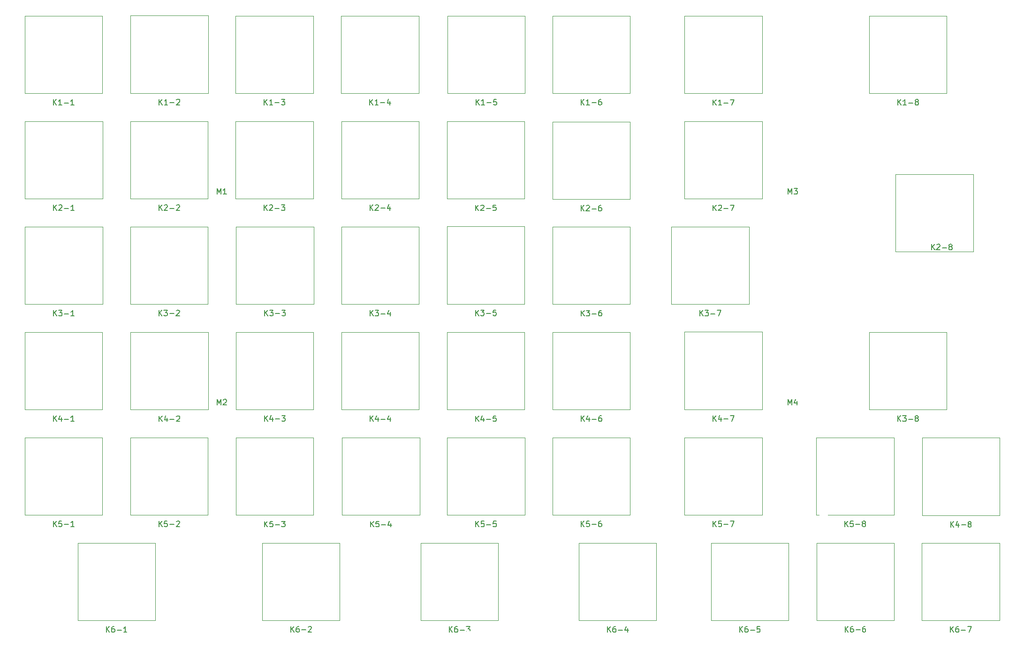
<source format=gto>
%TF.GenerationSoftware,KiCad,Pcbnew,5.1.5+dfsg1-2build2*%
%TF.CreationDate,2021-08-29T12:06:32+02:00*%
%TF.ProjectId,BFK9kv2-right,42464b39-6b76-4322-9d72-696768742e6b,rev?*%
%TF.SameCoordinates,Original*%
%TF.FileFunction,Legend,Top*%
%TF.FilePolarity,Positive*%
%FSLAX46Y46*%
G04 Gerber Fmt 4.6, Leading zero omitted, Abs format (unit mm)*
G04 Created by KiCad (PCBNEW 5.1.5+dfsg1-2build2) date 2021-08-29 12:06:32*
%MOMM*%
%LPD*%
G04 APERTURE LIST*
%ADD10C,0.120000*%
%ADD11C,0.150000*%
%ADD12C,5.702000*%
%ADD13C,1.792600*%
%ADD14C,2.302000*%
%ADD15C,1.852000*%
%ADD16C,4.102000*%
%ADD17O,1.452000X1.452000*%
%ADD18R,1.452000X1.452000*%
%ADD19O,1.702000X1.702000*%
%ADD20C,1.702000*%
%ADD21R,1.702000X1.702000*%
G04 APERTURE END LIST*
D10*
X185435000Y-85409800D02*
X185435000Y-71409800D01*
X185435000Y-85409800D02*
X171435000Y-85409800D01*
X171435000Y-85409800D02*
X171435000Y-71409800D01*
X171435000Y-71409800D02*
X185435000Y-71409800D01*
X183047000Y-104434400D02*
X183047000Y-90434400D01*
X183047000Y-104434400D02*
X169047000Y-104434400D01*
X169047000Y-104434400D02*
X169047000Y-90434400D01*
X169047000Y-90434400D02*
X183047000Y-90434400D01*
X228259000Y-161584000D02*
X228259000Y-147584000D01*
X228259000Y-161584000D02*
X214259000Y-161584000D01*
X214259000Y-161584000D02*
X214259000Y-147584000D01*
X214259000Y-147584000D02*
X228259000Y-147584000D01*
X166360000Y-161584000D02*
X166360000Y-147584000D01*
X166360000Y-161584000D02*
X152360000Y-161584000D01*
X152360000Y-161584000D02*
X152360000Y-147584000D01*
X152360000Y-147584000D02*
X166360000Y-147584000D01*
X137785000Y-161584000D02*
X137785000Y-147584000D01*
X137785000Y-161584000D02*
X123785000Y-161584000D01*
X123785000Y-161584000D02*
X123785000Y-147584000D01*
X123785000Y-147584000D02*
X137785000Y-147584000D01*
X109210000Y-161559000D02*
X109210000Y-147559000D01*
X109210000Y-161559000D02*
X95210000Y-161559000D01*
X95210000Y-161559000D02*
X95210000Y-147559000D01*
X95210000Y-147559000D02*
X109210000Y-147559000D01*
X75884800Y-161584000D02*
X75884800Y-147584000D01*
X75884800Y-161584000D02*
X61884800Y-161584000D01*
X61884800Y-161584000D02*
X61884800Y-147584000D01*
X61884800Y-147584000D02*
X75884800Y-147584000D01*
X209209000Y-142509000D02*
X209209000Y-128509000D01*
X209209000Y-142509000D02*
X195209000Y-142509000D01*
X195209000Y-142509000D02*
X195209000Y-128509000D01*
X195209000Y-128509000D02*
X209209000Y-128509000D01*
X228285000Y-142585000D02*
X228285000Y-128585000D01*
X228285000Y-142585000D02*
X214285000Y-142585000D01*
X214285000Y-142585000D02*
X214285000Y-128585000D01*
X214285000Y-128585000D02*
X228285000Y-128585000D01*
X218734000Y-123484000D02*
X218734000Y-109484000D01*
X218734000Y-123484000D02*
X204734000Y-123484000D01*
X204734000Y-123484000D02*
X204734000Y-109484000D01*
X204734000Y-109484000D02*
X218734000Y-109484000D01*
X185435000Y-142509000D02*
X185435000Y-128509000D01*
X185435000Y-142509000D02*
X171435000Y-142509000D01*
X171435000Y-142509000D02*
X171435000Y-128509000D01*
X171435000Y-128509000D02*
X185435000Y-128509000D01*
X185435000Y-123434000D02*
X185435000Y-109434000D01*
X185435000Y-123434000D02*
X171435000Y-123434000D01*
X171435000Y-123434000D02*
X171435000Y-109434000D01*
X171435000Y-109434000D02*
X185435000Y-109434000D01*
X209235000Y-161559000D02*
X209235000Y-147559000D01*
X209235000Y-161559000D02*
X195235000Y-161559000D01*
X195235000Y-161559000D02*
X195235000Y-147559000D01*
X195235000Y-147559000D02*
X209235000Y-147559000D01*
X161584000Y-142509000D02*
X161584000Y-128509000D01*
X161584000Y-142509000D02*
X147584000Y-142509000D01*
X147584000Y-142509000D02*
X147584000Y-128509000D01*
X147584000Y-128509000D02*
X161584000Y-128509000D01*
X161610000Y-123484000D02*
X161610000Y-109484000D01*
X161610000Y-123484000D02*
X147610000Y-123484000D01*
X147610000Y-123484000D02*
X147610000Y-109484000D01*
X147610000Y-109484000D02*
X161610000Y-109484000D01*
X161610000Y-104459800D02*
X161610000Y-90459800D01*
X161610000Y-104459800D02*
X147610000Y-104459800D01*
X147610000Y-104459800D02*
X147610000Y-90459800D01*
X147610000Y-90459800D02*
X161610000Y-90459800D01*
X190185000Y-161584000D02*
X190185000Y-147584000D01*
X190185000Y-161584000D02*
X176185000Y-161584000D01*
X176185000Y-161584000D02*
X176185000Y-147584000D01*
X176185000Y-147584000D02*
X190185000Y-147584000D01*
X142585000Y-142534000D02*
X142585000Y-128534000D01*
X142585000Y-142534000D02*
X128585000Y-142534000D01*
X128585000Y-142534000D02*
X128585000Y-128534000D01*
X128585000Y-128534000D02*
X142585000Y-128534000D01*
X142560000Y-123510000D02*
X142560000Y-109510000D01*
X142560000Y-123510000D02*
X128560000Y-123510000D01*
X128560000Y-123510000D02*
X128560000Y-109510000D01*
X128560000Y-109510000D02*
X142560000Y-109510000D01*
X142560000Y-104383600D02*
X142560000Y-90383600D01*
X142560000Y-104383600D02*
X128560000Y-104383600D01*
X128560000Y-104383600D02*
X128560000Y-90383600D01*
X128560000Y-90383600D02*
X142560000Y-90383600D01*
X123611000Y-142560000D02*
X123611000Y-128560000D01*
X123611000Y-142560000D02*
X109611000Y-142560000D01*
X109611000Y-142560000D02*
X109611000Y-128560000D01*
X109611000Y-128560000D02*
X123611000Y-128560000D01*
X123510000Y-123484000D02*
X123510000Y-109484000D01*
X123510000Y-123484000D02*
X109510000Y-123484000D01*
X109510000Y-123484000D02*
X109510000Y-109484000D01*
X109510000Y-109484000D02*
X123510000Y-109484000D01*
X123510000Y-104434400D02*
X123510000Y-90434400D01*
X123510000Y-104434400D02*
X109510000Y-104434400D01*
X109510000Y-104434400D02*
X109510000Y-90434400D01*
X109510000Y-90434400D02*
X123510000Y-90434400D01*
X104434400Y-142560000D02*
X104434400Y-128560000D01*
X104434400Y-142560000D02*
X90434400Y-142560000D01*
X90434400Y-142560000D02*
X90434400Y-128560000D01*
X90434400Y-128560000D02*
X104434400Y-128560000D01*
X104459800Y-123459000D02*
X104459800Y-109459000D01*
X104459800Y-123459000D02*
X90459800Y-123459000D01*
X90459800Y-123459000D02*
X90459800Y-109459000D01*
X90459800Y-109459000D02*
X104459800Y-109459000D01*
X104485200Y-104409000D02*
X104485200Y-90409000D01*
X104485200Y-104409000D02*
X90485200Y-104409000D01*
X90485200Y-104409000D02*
X90485200Y-90409000D01*
X90485200Y-90409000D02*
X104485200Y-90409000D01*
X85409800Y-142509000D02*
X85409800Y-128509000D01*
X85409800Y-142509000D02*
X71409800Y-142509000D01*
X71409800Y-142509000D02*
X71409800Y-128509000D01*
X71409800Y-128509000D02*
X85409800Y-128509000D01*
X85435200Y-123510000D02*
X85435200Y-109510000D01*
X85435200Y-123510000D02*
X71435200Y-123510000D01*
X71435200Y-123510000D02*
X71435200Y-109510000D01*
X71435200Y-109510000D02*
X85435200Y-109510000D01*
X85384400Y-104409000D02*
X85384400Y-90409000D01*
X85384400Y-104409000D02*
X71384400Y-104409000D01*
X71384400Y-104409000D02*
X71384400Y-90409000D01*
X71384400Y-90409000D02*
X85384400Y-90409000D01*
X66359800Y-142509000D02*
X66359800Y-128509000D01*
X66359800Y-142509000D02*
X52359800Y-142509000D01*
X52359800Y-142509000D02*
X52359800Y-128509000D01*
X52359800Y-128509000D02*
X66359800Y-128509000D01*
X66359800Y-123484000D02*
X66359800Y-109484000D01*
X66359800Y-123484000D02*
X52359800Y-123484000D01*
X52359800Y-123484000D02*
X52359800Y-109484000D01*
X52359800Y-109484000D02*
X66359800Y-109484000D01*
X66385200Y-104434400D02*
X66385200Y-90434400D01*
X66385200Y-104434400D02*
X52385200Y-104434400D01*
X52385200Y-104434400D02*
X52385200Y-90434400D01*
X52385200Y-90434400D02*
X66385200Y-90434400D01*
X161584000Y-66309000D02*
X161584000Y-52309000D01*
X161584000Y-66309000D02*
X147584000Y-66309000D01*
X147584000Y-66309000D02*
X147584000Y-52309000D01*
X147584000Y-52309000D02*
X161584000Y-52309000D01*
X123484000Y-85359000D02*
X123484000Y-71359000D01*
X123484000Y-85359000D02*
X109484000Y-85359000D01*
X109484000Y-85359000D02*
X109484000Y-71359000D01*
X109484000Y-71359000D02*
X123484000Y-71359000D01*
X218760000Y-66334400D02*
X218760000Y-52334400D01*
X218760000Y-66334400D02*
X204760000Y-66334400D01*
X204760000Y-66334400D02*
X204760000Y-52334400D01*
X204760000Y-52334400D02*
X218760000Y-52334400D01*
X223535000Y-94934800D02*
X223535000Y-80934800D01*
X223535000Y-94934800D02*
X209535000Y-94934800D01*
X209535000Y-94934800D02*
X209535000Y-80934800D01*
X209535000Y-80934800D02*
X223535000Y-80934800D01*
X185435000Y-66359800D02*
X185435000Y-52359800D01*
X185435000Y-66359800D02*
X171435000Y-66359800D01*
X171435000Y-66359800D02*
X171435000Y-52359800D01*
X171435000Y-52359800D02*
X185435000Y-52359800D01*
X161584000Y-85460600D02*
X161584000Y-71460600D01*
X161584000Y-85460600D02*
X147584000Y-85460600D01*
X147584000Y-85460600D02*
X147584000Y-71460600D01*
X147584000Y-71460600D02*
X161584000Y-71460600D01*
X142534000Y-85409800D02*
X142534000Y-71409800D01*
X142534000Y-85409800D02*
X128534000Y-85409800D01*
X128534000Y-85409800D02*
X128534000Y-71409800D01*
X128534000Y-71409800D02*
X142534000Y-71409800D01*
X142636000Y-66309000D02*
X142636000Y-52309000D01*
X142636000Y-66309000D02*
X128636000Y-66309000D01*
X128636000Y-66309000D02*
X128636000Y-52309000D01*
X128636000Y-52309000D02*
X142636000Y-52309000D01*
X123459000Y-66309000D02*
X123459000Y-52309000D01*
X123459000Y-66309000D02*
X109459000Y-66309000D01*
X109459000Y-66309000D02*
X109459000Y-52309000D01*
X109459000Y-52309000D02*
X123459000Y-52309000D01*
X104409000Y-85384400D02*
X104409000Y-71384400D01*
X104409000Y-85384400D02*
X90409000Y-85384400D01*
X90409000Y-85384400D02*
X90409000Y-71384400D01*
X90409000Y-71384400D02*
X104409000Y-71384400D01*
X104409000Y-66309000D02*
X104409000Y-52309000D01*
X104409000Y-66309000D02*
X90409000Y-66309000D01*
X90409000Y-66309000D02*
X90409000Y-52309000D01*
X90409000Y-52309000D02*
X104409000Y-52309000D01*
X85409800Y-85384400D02*
X85409800Y-71384400D01*
X85409800Y-85384400D02*
X71409800Y-85384400D01*
X71409800Y-85384400D02*
X71409800Y-71384400D01*
X71409800Y-71384400D02*
X85409800Y-71384400D01*
X85435200Y-66283600D02*
X85435200Y-52283600D01*
X85435200Y-66283600D02*
X71435200Y-66283600D01*
X71435200Y-66283600D02*
X71435200Y-52283600D01*
X71435200Y-52283600D02*
X85435200Y-52283600D01*
X66385200Y-85384400D02*
X66385200Y-71384400D01*
X66385200Y-85384400D02*
X52385200Y-85384400D01*
X52385200Y-85384400D02*
X52385200Y-71384400D01*
X52385200Y-71384400D02*
X66385200Y-71384400D01*
X66334400Y-66334400D02*
X66334400Y-52334400D01*
X66334400Y-66334400D02*
X52334400Y-66334400D01*
X52334400Y-66334400D02*
X52334400Y-52334400D01*
X52334400Y-52334400D02*
X66334400Y-52334400D01*
D11*
X87079576Y-84526180D02*
X87079576Y-83526180D01*
X87412909Y-84240466D01*
X87746242Y-83526180D01*
X87746242Y-84526180D01*
X88746242Y-84526180D02*
X88174814Y-84526180D01*
X88460528Y-84526180D02*
X88460528Y-83526180D01*
X88365290Y-83669038D01*
X88270052Y-83764276D01*
X88174814Y-83811895D01*
X87079576Y-122646380D02*
X87079576Y-121646380D01*
X87412909Y-122360666D01*
X87746242Y-121646380D01*
X87746242Y-122646380D01*
X88174814Y-121741619D02*
X88222433Y-121694000D01*
X88317671Y-121646380D01*
X88555766Y-121646380D01*
X88651004Y-121694000D01*
X88698623Y-121741619D01*
X88746242Y-121836857D01*
X88746242Y-121932095D01*
X88698623Y-122074952D01*
X88127195Y-122646380D01*
X88746242Y-122646380D01*
X190122476Y-122636380D02*
X190122476Y-121636380D01*
X190455809Y-122350666D01*
X190789142Y-121636380D01*
X190789142Y-122636380D01*
X191693904Y-121969714D02*
X191693904Y-122636380D01*
X191455809Y-121588761D02*
X191217714Y-122303047D01*
X191836761Y-122303047D01*
X190132476Y-84531280D02*
X190132476Y-83531280D01*
X190465809Y-84245566D01*
X190799142Y-83531280D01*
X190799142Y-84531280D01*
X191180095Y-83531280D02*
X191799142Y-83531280D01*
X191465809Y-83912233D01*
X191608666Y-83912233D01*
X191703904Y-83959852D01*
X191751523Y-84007471D01*
X191799142Y-84102709D01*
X191799142Y-84340804D01*
X191751523Y-84436042D01*
X191703904Y-84483661D01*
X191608666Y-84531280D01*
X191322952Y-84531280D01*
X191227714Y-84483661D01*
X191180095Y-84436042D01*
X176601666Y-87524680D02*
X176601666Y-86524680D01*
X177173095Y-87524680D02*
X176744523Y-86953252D01*
X177173095Y-86524680D02*
X176601666Y-87096109D01*
X177554047Y-86619919D02*
X177601666Y-86572300D01*
X177696904Y-86524680D01*
X177935000Y-86524680D01*
X178030238Y-86572300D01*
X178077857Y-86619919D01*
X178125476Y-86715157D01*
X178125476Y-86810395D01*
X178077857Y-86953252D01*
X177506428Y-87524680D01*
X178125476Y-87524680D01*
X178554047Y-87143728D02*
X179315952Y-87143728D01*
X179696904Y-86524680D02*
X180363571Y-86524680D01*
X179935000Y-87524680D01*
X174213666Y-106549280D02*
X174213666Y-105549280D01*
X174785095Y-106549280D02*
X174356523Y-105977852D01*
X174785095Y-105549280D02*
X174213666Y-106120709D01*
X175118428Y-105549280D02*
X175737476Y-105549280D01*
X175404142Y-105930233D01*
X175547000Y-105930233D01*
X175642238Y-105977852D01*
X175689857Y-106025471D01*
X175737476Y-106120709D01*
X175737476Y-106358804D01*
X175689857Y-106454042D01*
X175642238Y-106501661D01*
X175547000Y-106549280D01*
X175261285Y-106549280D01*
X175166047Y-106501661D01*
X175118428Y-106454042D01*
X176166047Y-106168328D02*
X176927952Y-106168328D01*
X177308904Y-105549280D02*
X177975571Y-105549280D01*
X177547000Y-106549280D01*
X219425666Y-163698880D02*
X219425666Y-162698880D01*
X219997095Y-163698880D02*
X219568523Y-163127452D01*
X219997095Y-162698880D02*
X219425666Y-163270309D01*
X220854238Y-162698880D02*
X220663761Y-162698880D01*
X220568523Y-162746500D01*
X220520904Y-162794119D01*
X220425666Y-162936976D01*
X220378047Y-163127452D01*
X220378047Y-163508404D01*
X220425666Y-163603642D01*
X220473285Y-163651261D01*
X220568523Y-163698880D01*
X220759000Y-163698880D01*
X220854238Y-163651261D01*
X220901857Y-163603642D01*
X220949476Y-163508404D01*
X220949476Y-163270309D01*
X220901857Y-163175071D01*
X220854238Y-163127452D01*
X220759000Y-163079833D01*
X220568523Y-163079833D01*
X220473285Y-163127452D01*
X220425666Y-163175071D01*
X220378047Y-163270309D01*
X221378047Y-163317928D02*
X222139952Y-163317928D01*
X222520904Y-162698880D02*
X223187571Y-162698880D01*
X222759000Y-163698880D01*
X157526666Y-163698880D02*
X157526666Y-162698880D01*
X158098095Y-163698880D02*
X157669523Y-163127452D01*
X158098095Y-162698880D02*
X157526666Y-163270309D01*
X158955238Y-162698880D02*
X158764761Y-162698880D01*
X158669523Y-162746500D01*
X158621904Y-162794119D01*
X158526666Y-162936976D01*
X158479047Y-163127452D01*
X158479047Y-163508404D01*
X158526666Y-163603642D01*
X158574285Y-163651261D01*
X158669523Y-163698880D01*
X158860000Y-163698880D01*
X158955238Y-163651261D01*
X159002857Y-163603642D01*
X159050476Y-163508404D01*
X159050476Y-163270309D01*
X159002857Y-163175071D01*
X158955238Y-163127452D01*
X158860000Y-163079833D01*
X158669523Y-163079833D01*
X158574285Y-163127452D01*
X158526666Y-163175071D01*
X158479047Y-163270309D01*
X159479047Y-163317928D02*
X160240952Y-163317928D01*
X161145714Y-163032214D02*
X161145714Y-163698880D01*
X160907619Y-162651261D02*
X160669523Y-163365547D01*
X161288571Y-163365547D01*
X128951666Y-163698880D02*
X128951666Y-162698880D01*
X129523095Y-163698880D02*
X129094523Y-163127452D01*
X129523095Y-162698880D02*
X128951666Y-163270309D01*
X130380238Y-162698880D02*
X130189761Y-162698880D01*
X130094523Y-162746500D01*
X130046904Y-162794119D01*
X129951666Y-162936976D01*
X129904047Y-163127452D01*
X129904047Y-163508404D01*
X129951666Y-163603642D01*
X129999285Y-163651261D01*
X130094523Y-163698880D01*
X130285000Y-163698880D01*
X130380238Y-163651261D01*
X130427857Y-163603642D01*
X130475476Y-163508404D01*
X130475476Y-163270309D01*
X130427857Y-163175071D01*
X130380238Y-163127452D01*
X130285000Y-163079833D01*
X130094523Y-163079833D01*
X129999285Y-163127452D01*
X129951666Y-163175071D01*
X129904047Y-163270309D01*
X130904047Y-163317928D02*
X131665952Y-163317928D01*
X132046904Y-162698880D02*
X132665952Y-162698880D01*
X132332619Y-163079833D01*
X132475476Y-163079833D01*
X132570714Y-163127452D01*
X132618333Y-163175071D01*
X132665952Y-163270309D01*
X132665952Y-163508404D01*
X132618333Y-163603642D01*
X132570714Y-163651261D01*
X132475476Y-163698880D01*
X132189761Y-163698880D01*
X132094523Y-163651261D01*
X132046904Y-163603642D01*
X100376666Y-163673880D02*
X100376666Y-162673880D01*
X100948095Y-163673880D02*
X100519523Y-163102452D01*
X100948095Y-162673880D02*
X100376666Y-163245309D01*
X101805238Y-162673880D02*
X101614761Y-162673880D01*
X101519523Y-162721500D01*
X101471904Y-162769119D01*
X101376666Y-162911976D01*
X101329047Y-163102452D01*
X101329047Y-163483404D01*
X101376666Y-163578642D01*
X101424285Y-163626261D01*
X101519523Y-163673880D01*
X101710000Y-163673880D01*
X101805238Y-163626261D01*
X101852857Y-163578642D01*
X101900476Y-163483404D01*
X101900476Y-163245309D01*
X101852857Y-163150071D01*
X101805238Y-163102452D01*
X101710000Y-163054833D01*
X101519523Y-163054833D01*
X101424285Y-163102452D01*
X101376666Y-163150071D01*
X101329047Y-163245309D01*
X102329047Y-163292928D02*
X103090952Y-163292928D01*
X103519523Y-162769119D02*
X103567142Y-162721500D01*
X103662380Y-162673880D01*
X103900476Y-162673880D01*
X103995714Y-162721500D01*
X104043333Y-162769119D01*
X104090952Y-162864357D01*
X104090952Y-162959595D01*
X104043333Y-163102452D01*
X103471904Y-163673880D01*
X104090952Y-163673880D01*
X67051466Y-163698880D02*
X67051466Y-162698880D01*
X67622895Y-163698880D02*
X67194323Y-163127452D01*
X67622895Y-162698880D02*
X67051466Y-163270309D01*
X68480038Y-162698880D02*
X68289561Y-162698880D01*
X68194323Y-162746500D01*
X68146704Y-162794119D01*
X68051466Y-162936976D01*
X68003847Y-163127452D01*
X68003847Y-163508404D01*
X68051466Y-163603642D01*
X68099085Y-163651261D01*
X68194323Y-163698880D01*
X68384800Y-163698880D01*
X68480038Y-163651261D01*
X68527657Y-163603642D01*
X68575276Y-163508404D01*
X68575276Y-163270309D01*
X68527657Y-163175071D01*
X68480038Y-163127452D01*
X68384800Y-163079833D01*
X68194323Y-163079833D01*
X68099085Y-163127452D01*
X68051466Y-163175071D01*
X68003847Y-163270309D01*
X69003847Y-163317928D02*
X69765752Y-163317928D01*
X70765752Y-163698880D02*
X70194323Y-163698880D01*
X70480038Y-163698880D02*
X70480038Y-162698880D01*
X70384800Y-162841738D01*
X70289561Y-162936976D01*
X70194323Y-162984595D01*
X200375666Y-144623880D02*
X200375666Y-143623880D01*
X200947095Y-144623880D02*
X200518523Y-144052452D01*
X200947095Y-143623880D02*
X200375666Y-144195309D01*
X201851857Y-143623880D02*
X201375666Y-143623880D01*
X201328047Y-144100071D01*
X201375666Y-144052452D01*
X201470904Y-144004833D01*
X201709000Y-144004833D01*
X201804238Y-144052452D01*
X201851857Y-144100071D01*
X201899476Y-144195309D01*
X201899476Y-144433404D01*
X201851857Y-144528642D01*
X201804238Y-144576261D01*
X201709000Y-144623880D01*
X201470904Y-144623880D01*
X201375666Y-144576261D01*
X201328047Y-144528642D01*
X202328047Y-144242928D02*
X203089952Y-144242928D01*
X203709000Y-144052452D02*
X203613761Y-144004833D01*
X203566142Y-143957214D01*
X203518523Y-143861976D01*
X203518523Y-143814357D01*
X203566142Y-143719119D01*
X203613761Y-143671500D01*
X203709000Y-143623880D01*
X203899476Y-143623880D01*
X203994714Y-143671500D01*
X204042333Y-143719119D01*
X204089952Y-143814357D01*
X204089952Y-143861976D01*
X204042333Y-143957214D01*
X203994714Y-144004833D01*
X203899476Y-144052452D01*
X203709000Y-144052452D01*
X203613761Y-144100071D01*
X203566142Y-144147690D01*
X203518523Y-144242928D01*
X203518523Y-144433404D01*
X203566142Y-144528642D01*
X203613761Y-144576261D01*
X203709000Y-144623880D01*
X203899476Y-144623880D01*
X203994714Y-144576261D01*
X204042333Y-144528642D01*
X204089952Y-144433404D01*
X204089952Y-144242928D01*
X204042333Y-144147690D01*
X203994714Y-144100071D01*
X203899476Y-144052452D01*
X219451666Y-144699880D02*
X219451666Y-143699880D01*
X220023095Y-144699880D02*
X219594523Y-144128452D01*
X220023095Y-143699880D02*
X219451666Y-144271309D01*
X220880238Y-144033214D02*
X220880238Y-144699880D01*
X220642142Y-143652261D02*
X220404047Y-144366547D01*
X221023095Y-144366547D01*
X221404047Y-144318928D02*
X222165952Y-144318928D01*
X222785000Y-144128452D02*
X222689761Y-144080833D01*
X222642142Y-144033214D01*
X222594523Y-143937976D01*
X222594523Y-143890357D01*
X222642142Y-143795119D01*
X222689761Y-143747500D01*
X222785000Y-143699880D01*
X222975476Y-143699880D01*
X223070714Y-143747500D01*
X223118333Y-143795119D01*
X223165952Y-143890357D01*
X223165952Y-143937976D01*
X223118333Y-144033214D01*
X223070714Y-144080833D01*
X222975476Y-144128452D01*
X222785000Y-144128452D01*
X222689761Y-144176071D01*
X222642142Y-144223690D01*
X222594523Y-144318928D01*
X222594523Y-144509404D01*
X222642142Y-144604642D01*
X222689761Y-144652261D01*
X222785000Y-144699880D01*
X222975476Y-144699880D01*
X223070714Y-144652261D01*
X223118333Y-144604642D01*
X223165952Y-144509404D01*
X223165952Y-144318928D01*
X223118333Y-144223690D01*
X223070714Y-144176071D01*
X222975476Y-144128452D01*
X209900666Y-125598880D02*
X209900666Y-124598880D01*
X210472095Y-125598880D02*
X210043523Y-125027452D01*
X210472095Y-124598880D02*
X209900666Y-125170309D01*
X210805428Y-124598880D02*
X211424476Y-124598880D01*
X211091142Y-124979833D01*
X211234000Y-124979833D01*
X211329238Y-125027452D01*
X211376857Y-125075071D01*
X211424476Y-125170309D01*
X211424476Y-125408404D01*
X211376857Y-125503642D01*
X211329238Y-125551261D01*
X211234000Y-125598880D01*
X210948285Y-125598880D01*
X210853047Y-125551261D01*
X210805428Y-125503642D01*
X211853047Y-125217928D02*
X212614952Y-125217928D01*
X213234000Y-125027452D02*
X213138761Y-124979833D01*
X213091142Y-124932214D01*
X213043523Y-124836976D01*
X213043523Y-124789357D01*
X213091142Y-124694119D01*
X213138761Y-124646500D01*
X213234000Y-124598880D01*
X213424476Y-124598880D01*
X213519714Y-124646500D01*
X213567333Y-124694119D01*
X213614952Y-124789357D01*
X213614952Y-124836976D01*
X213567333Y-124932214D01*
X213519714Y-124979833D01*
X213424476Y-125027452D01*
X213234000Y-125027452D01*
X213138761Y-125075071D01*
X213091142Y-125122690D01*
X213043523Y-125217928D01*
X213043523Y-125408404D01*
X213091142Y-125503642D01*
X213138761Y-125551261D01*
X213234000Y-125598880D01*
X213424476Y-125598880D01*
X213519714Y-125551261D01*
X213567333Y-125503642D01*
X213614952Y-125408404D01*
X213614952Y-125217928D01*
X213567333Y-125122690D01*
X213519714Y-125075071D01*
X213424476Y-125027452D01*
X176601666Y-144623880D02*
X176601666Y-143623880D01*
X177173095Y-144623880D02*
X176744523Y-144052452D01*
X177173095Y-143623880D02*
X176601666Y-144195309D01*
X178077857Y-143623880D02*
X177601666Y-143623880D01*
X177554047Y-144100071D01*
X177601666Y-144052452D01*
X177696904Y-144004833D01*
X177935000Y-144004833D01*
X178030238Y-144052452D01*
X178077857Y-144100071D01*
X178125476Y-144195309D01*
X178125476Y-144433404D01*
X178077857Y-144528642D01*
X178030238Y-144576261D01*
X177935000Y-144623880D01*
X177696904Y-144623880D01*
X177601666Y-144576261D01*
X177554047Y-144528642D01*
X178554047Y-144242928D02*
X179315952Y-144242928D01*
X179696904Y-143623880D02*
X180363571Y-143623880D01*
X179935000Y-144623880D01*
X176601666Y-125548880D02*
X176601666Y-124548880D01*
X177173095Y-125548880D02*
X176744523Y-124977452D01*
X177173095Y-124548880D02*
X176601666Y-125120309D01*
X178030238Y-124882214D02*
X178030238Y-125548880D01*
X177792142Y-124501261D02*
X177554047Y-125215547D01*
X178173095Y-125215547D01*
X178554047Y-125167928D02*
X179315952Y-125167928D01*
X179696904Y-124548880D02*
X180363571Y-124548880D01*
X179935000Y-125548880D01*
X200401666Y-163673880D02*
X200401666Y-162673880D01*
X200973095Y-163673880D02*
X200544523Y-163102452D01*
X200973095Y-162673880D02*
X200401666Y-163245309D01*
X201830238Y-162673880D02*
X201639761Y-162673880D01*
X201544523Y-162721500D01*
X201496904Y-162769119D01*
X201401666Y-162911976D01*
X201354047Y-163102452D01*
X201354047Y-163483404D01*
X201401666Y-163578642D01*
X201449285Y-163626261D01*
X201544523Y-163673880D01*
X201735000Y-163673880D01*
X201830238Y-163626261D01*
X201877857Y-163578642D01*
X201925476Y-163483404D01*
X201925476Y-163245309D01*
X201877857Y-163150071D01*
X201830238Y-163102452D01*
X201735000Y-163054833D01*
X201544523Y-163054833D01*
X201449285Y-163102452D01*
X201401666Y-163150071D01*
X201354047Y-163245309D01*
X202354047Y-163292928D02*
X203115952Y-163292928D01*
X204020714Y-162673880D02*
X203830238Y-162673880D01*
X203735000Y-162721500D01*
X203687380Y-162769119D01*
X203592142Y-162911976D01*
X203544523Y-163102452D01*
X203544523Y-163483404D01*
X203592142Y-163578642D01*
X203639761Y-163626261D01*
X203735000Y-163673880D01*
X203925476Y-163673880D01*
X204020714Y-163626261D01*
X204068333Y-163578642D01*
X204115952Y-163483404D01*
X204115952Y-163245309D01*
X204068333Y-163150071D01*
X204020714Y-163102452D01*
X203925476Y-163054833D01*
X203735000Y-163054833D01*
X203639761Y-163102452D01*
X203592142Y-163150071D01*
X203544523Y-163245309D01*
X152750666Y-144623880D02*
X152750666Y-143623880D01*
X153322095Y-144623880D02*
X152893523Y-144052452D01*
X153322095Y-143623880D02*
X152750666Y-144195309D01*
X154226857Y-143623880D02*
X153750666Y-143623880D01*
X153703047Y-144100071D01*
X153750666Y-144052452D01*
X153845904Y-144004833D01*
X154084000Y-144004833D01*
X154179238Y-144052452D01*
X154226857Y-144100071D01*
X154274476Y-144195309D01*
X154274476Y-144433404D01*
X154226857Y-144528642D01*
X154179238Y-144576261D01*
X154084000Y-144623880D01*
X153845904Y-144623880D01*
X153750666Y-144576261D01*
X153703047Y-144528642D01*
X154703047Y-144242928D02*
X155464952Y-144242928D01*
X156369714Y-143623880D02*
X156179238Y-143623880D01*
X156084000Y-143671500D01*
X156036380Y-143719119D01*
X155941142Y-143861976D01*
X155893523Y-144052452D01*
X155893523Y-144433404D01*
X155941142Y-144528642D01*
X155988761Y-144576261D01*
X156084000Y-144623880D01*
X156274476Y-144623880D01*
X156369714Y-144576261D01*
X156417333Y-144528642D01*
X156464952Y-144433404D01*
X156464952Y-144195309D01*
X156417333Y-144100071D01*
X156369714Y-144052452D01*
X156274476Y-144004833D01*
X156084000Y-144004833D01*
X155988761Y-144052452D01*
X155941142Y-144100071D01*
X155893523Y-144195309D01*
X152776666Y-125598880D02*
X152776666Y-124598880D01*
X153348095Y-125598880D02*
X152919523Y-125027452D01*
X153348095Y-124598880D02*
X152776666Y-125170309D01*
X154205238Y-124932214D02*
X154205238Y-125598880D01*
X153967142Y-124551261D02*
X153729047Y-125265547D01*
X154348095Y-125265547D01*
X154729047Y-125217928D02*
X155490952Y-125217928D01*
X156395714Y-124598880D02*
X156205238Y-124598880D01*
X156110000Y-124646500D01*
X156062380Y-124694119D01*
X155967142Y-124836976D01*
X155919523Y-125027452D01*
X155919523Y-125408404D01*
X155967142Y-125503642D01*
X156014761Y-125551261D01*
X156110000Y-125598880D01*
X156300476Y-125598880D01*
X156395714Y-125551261D01*
X156443333Y-125503642D01*
X156490952Y-125408404D01*
X156490952Y-125170309D01*
X156443333Y-125075071D01*
X156395714Y-125027452D01*
X156300476Y-124979833D01*
X156110000Y-124979833D01*
X156014761Y-125027452D01*
X155967142Y-125075071D01*
X155919523Y-125170309D01*
X152776666Y-106574680D02*
X152776666Y-105574680D01*
X153348095Y-106574680D02*
X152919523Y-106003252D01*
X153348095Y-105574680D02*
X152776666Y-106146109D01*
X153681428Y-105574680D02*
X154300476Y-105574680D01*
X153967142Y-105955633D01*
X154110000Y-105955633D01*
X154205238Y-106003252D01*
X154252857Y-106050871D01*
X154300476Y-106146109D01*
X154300476Y-106384204D01*
X154252857Y-106479442D01*
X154205238Y-106527061D01*
X154110000Y-106574680D01*
X153824285Y-106574680D01*
X153729047Y-106527061D01*
X153681428Y-106479442D01*
X154729047Y-106193728D02*
X155490952Y-106193728D01*
X156395714Y-105574680D02*
X156205238Y-105574680D01*
X156110000Y-105622300D01*
X156062380Y-105669919D01*
X155967142Y-105812776D01*
X155919523Y-106003252D01*
X155919523Y-106384204D01*
X155967142Y-106479442D01*
X156014761Y-106527061D01*
X156110000Y-106574680D01*
X156300476Y-106574680D01*
X156395714Y-106527061D01*
X156443333Y-106479442D01*
X156490952Y-106384204D01*
X156490952Y-106146109D01*
X156443333Y-106050871D01*
X156395714Y-106003252D01*
X156300476Y-105955633D01*
X156110000Y-105955633D01*
X156014761Y-106003252D01*
X155967142Y-106050871D01*
X155919523Y-106146109D01*
X181351666Y-163698880D02*
X181351666Y-162698880D01*
X181923095Y-163698880D02*
X181494523Y-163127452D01*
X181923095Y-162698880D02*
X181351666Y-163270309D01*
X182780238Y-162698880D02*
X182589761Y-162698880D01*
X182494523Y-162746500D01*
X182446904Y-162794119D01*
X182351666Y-162936976D01*
X182304047Y-163127452D01*
X182304047Y-163508404D01*
X182351666Y-163603642D01*
X182399285Y-163651261D01*
X182494523Y-163698880D01*
X182685000Y-163698880D01*
X182780238Y-163651261D01*
X182827857Y-163603642D01*
X182875476Y-163508404D01*
X182875476Y-163270309D01*
X182827857Y-163175071D01*
X182780238Y-163127452D01*
X182685000Y-163079833D01*
X182494523Y-163079833D01*
X182399285Y-163127452D01*
X182351666Y-163175071D01*
X182304047Y-163270309D01*
X183304047Y-163317928D02*
X184065952Y-163317928D01*
X185018333Y-162698880D02*
X184542142Y-162698880D01*
X184494523Y-163175071D01*
X184542142Y-163127452D01*
X184637380Y-163079833D01*
X184875476Y-163079833D01*
X184970714Y-163127452D01*
X185018333Y-163175071D01*
X185065952Y-163270309D01*
X185065952Y-163508404D01*
X185018333Y-163603642D01*
X184970714Y-163651261D01*
X184875476Y-163698880D01*
X184637380Y-163698880D01*
X184542142Y-163651261D01*
X184494523Y-163603642D01*
X133751666Y-144648880D02*
X133751666Y-143648880D01*
X134323095Y-144648880D02*
X133894523Y-144077452D01*
X134323095Y-143648880D02*
X133751666Y-144220309D01*
X135227857Y-143648880D02*
X134751666Y-143648880D01*
X134704047Y-144125071D01*
X134751666Y-144077452D01*
X134846904Y-144029833D01*
X135085000Y-144029833D01*
X135180238Y-144077452D01*
X135227857Y-144125071D01*
X135275476Y-144220309D01*
X135275476Y-144458404D01*
X135227857Y-144553642D01*
X135180238Y-144601261D01*
X135085000Y-144648880D01*
X134846904Y-144648880D01*
X134751666Y-144601261D01*
X134704047Y-144553642D01*
X135704047Y-144267928D02*
X136465952Y-144267928D01*
X137418333Y-143648880D02*
X136942142Y-143648880D01*
X136894523Y-144125071D01*
X136942142Y-144077452D01*
X137037380Y-144029833D01*
X137275476Y-144029833D01*
X137370714Y-144077452D01*
X137418333Y-144125071D01*
X137465952Y-144220309D01*
X137465952Y-144458404D01*
X137418333Y-144553642D01*
X137370714Y-144601261D01*
X137275476Y-144648880D01*
X137037380Y-144648880D01*
X136942142Y-144601261D01*
X136894523Y-144553642D01*
X133726666Y-125624880D02*
X133726666Y-124624880D01*
X134298095Y-125624880D02*
X133869523Y-125053452D01*
X134298095Y-124624880D02*
X133726666Y-125196309D01*
X135155238Y-124958214D02*
X135155238Y-125624880D01*
X134917142Y-124577261D02*
X134679047Y-125291547D01*
X135298095Y-125291547D01*
X135679047Y-125243928D02*
X136440952Y-125243928D01*
X137393333Y-124624880D02*
X136917142Y-124624880D01*
X136869523Y-125101071D01*
X136917142Y-125053452D01*
X137012380Y-125005833D01*
X137250476Y-125005833D01*
X137345714Y-125053452D01*
X137393333Y-125101071D01*
X137440952Y-125196309D01*
X137440952Y-125434404D01*
X137393333Y-125529642D01*
X137345714Y-125577261D01*
X137250476Y-125624880D01*
X137012380Y-125624880D01*
X136917142Y-125577261D01*
X136869523Y-125529642D01*
X133726666Y-106498480D02*
X133726666Y-105498480D01*
X134298095Y-106498480D02*
X133869523Y-105927052D01*
X134298095Y-105498480D02*
X133726666Y-106069909D01*
X134631428Y-105498480D02*
X135250476Y-105498480D01*
X134917142Y-105879433D01*
X135060000Y-105879433D01*
X135155238Y-105927052D01*
X135202857Y-105974671D01*
X135250476Y-106069909D01*
X135250476Y-106308004D01*
X135202857Y-106403242D01*
X135155238Y-106450861D01*
X135060000Y-106498480D01*
X134774285Y-106498480D01*
X134679047Y-106450861D01*
X134631428Y-106403242D01*
X135679047Y-106117528D02*
X136440952Y-106117528D01*
X137393333Y-105498480D02*
X136917142Y-105498480D01*
X136869523Y-105974671D01*
X136917142Y-105927052D01*
X137012380Y-105879433D01*
X137250476Y-105879433D01*
X137345714Y-105927052D01*
X137393333Y-105974671D01*
X137440952Y-106069909D01*
X137440952Y-106308004D01*
X137393333Y-106403242D01*
X137345714Y-106450861D01*
X137250476Y-106498480D01*
X137012380Y-106498480D01*
X136917142Y-106450861D01*
X136869523Y-106403242D01*
X114777666Y-144674880D02*
X114777666Y-143674880D01*
X115349095Y-144674880D02*
X114920523Y-144103452D01*
X115349095Y-143674880D02*
X114777666Y-144246309D01*
X116253857Y-143674880D02*
X115777666Y-143674880D01*
X115730047Y-144151071D01*
X115777666Y-144103452D01*
X115872904Y-144055833D01*
X116111000Y-144055833D01*
X116206238Y-144103452D01*
X116253857Y-144151071D01*
X116301476Y-144246309D01*
X116301476Y-144484404D01*
X116253857Y-144579642D01*
X116206238Y-144627261D01*
X116111000Y-144674880D01*
X115872904Y-144674880D01*
X115777666Y-144627261D01*
X115730047Y-144579642D01*
X116730047Y-144293928D02*
X117491952Y-144293928D01*
X118396714Y-144008214D02*
X118396714Y-144674880D01*
X118158619Y-143627261D02*
X117920523Y-144341547D01*
X118539571Y-144341547D01*
X114676666Y-125598880D02*
X114676666Y-124598880D01*
X115248095Y-125598880D02*
X114819523Y-125027452D01*
X115248095Y-124598880D02*
X114676666Y-125170309D01*
X116105238Y-124932214D02*
X116105238Y-125598880D01*
X115867142Y-124551261D02*
X115629047Y-125265547D01*
X116248095Y-125265547D01*
X116629047Y-125217928D02*
X117390952Y-125217928D01*
X118295714Y-124932214D02*
X118295714Y-125598880D01*
X118057619Y-124551261D02*
X117819523Y-125265547D01*
X118438571Y-125265547D01*
X114676666Y-106549280D02*
X114676666Y-105549280D01*
X115248095Y-106549280D02*
X114819523Y-105977852D01*
X115248095Y-105549280D02*
X114676666Y-106120709D01*
X115581428Y-105549280D02*
X116200476Y-105549280D01*
X115867142Y-105930233D01*
X116010000Y-105930233D01*
X116105238Y-105977852D01*
X116152857Y-106025471D01*
X116200476Y-106120709D01*
X116200476Y-106358804D01*
X116152857Y-106454042D01*
X116105238Y-106501661D01*
X116010000Y-106549280D01*
X115724285Y-106549280D01*
X115629047Y-106501661D01*
X115581428Y-106454042D01*
X116629047Y-106168328D02*
X117390952Y-106168328D01*
X118295714Y-105882614D02*
X118295714Y-106549280D01*
X118057619Y-105501661D02*
X117819523Y-106215947D01*
X118438571Y-106215947D01*
X95601066Y-144674880D02*
X95601066Y-143674880D01*
X96172495Y-144674880D02*
X95743923Y-144103452D01*
X96172495Y-143674880D02*
X95601066Y-144246309D01*
X97077257Y-143674880D02*
X96601066Y-143674880D01*
X96553447Y-144151071D01*
X96601066Y-144103452D01*
X96696304Y-144055833D01*
X96934400Y-144055833D01*
X97029638Y-144103452D01*
X97077257Y-144151071D01*
X97124876Y-144246309D01*
X97124876Y-144484404D01*
X97077257Y-144579642D01*
X97029638Y-144627261D01*
X96934400Y-144674880D01*
X96696304Y-144674880D01*
X96601066Y-144627261D01*
X96553447Y-144579642D01*
X97553447Y-144293928D02*
X98315352Y-144293928D01*
X98696304Y-143674880D02*
X99315352Y-143674880D01*
X98982019Y-144055833D01*
X99124876Y-144055833D01*
X99220114Y-144103452D01*
X99267733Y-144151071D01*
X99315352Y-144246309D01*
X99315352Y-144484404D01*
X99267733Y-144579642D01*
X99220114Y-144627261D01*
X99124876Y-144674880D01*
X98839161Y-144674880D01*
X98743923Y-144627261D01*
X98696304Y-144579642D01*
X95626466Y-125573880D02*
X95626466Y-124573880D01*
X96197895Y-125573880D02*
X95769323Y-125002452D01*
X96197895Y-124573880D02*
X95626466Y-125145309D01*
X97055038Y-124907214D02*
X97055038Y-125573880D01*
X96816942Y-124526261D02*
X96578847Y-125240547D01*
X97197895Y-125240547D01*
X97578847Y-125192928D02*
X98340752Y-125192928D01*
X98721704Y-124573880D02*
X99340752Y-124573880D01*
X99007419Y-124954833D01*
X99150276Y-124954833D01*
X99245514Y-125002452D01*
X99293133Y-125050071D01*
X99340752Y-125145309D01*
X99340752Y-125383404D01*
X99293133Y-125478642D01*
X99245514Y-125526261D01*
X99150276Y-125573880D01*
X98864561Y-125573880D01*
X98769323Y-125526261D01*
X98721704Y-125478642D01*
X95651866Y-106523880D02*
X95651866Y-105523880D01*
X96223295Y-106523880D02*
X95794723Y-105952452D01*
X96223295Y-105523880D02*
X95651866Y-106095309D01*
X96556628Y-105523880D02*
X97175676Y-105523880D01*
X96842342Y-105904833D01*
X96985200Y-105904833D01*
X97080438Y-105952452D01*
X97128057Y-106000071D01*
X97175676Y-106095309D01*
X97175676Y-106333404D01*
X97128057Y-106428642D01*
X97080438Y-106476261D01*
X96985200Y-106523880D01*
X96699485Y-106523880D01*
X96604247Y-106476261D01*
X96556628Y-106428642D01*
X97604247Y-106142928D02*
X98366152Y-106142928D01*
X98747104Y-105523880D02*
X99366152Y-105523880D01*
X99032819Y-105904833D01*
X99175676Y-105904833D01*
X99270914Y-105952452D01*
X99318533Y-106000071D01*
X99366152Y-106095309D01*
X99366152Y-106333404D01*
X99318533Y-106428642D01*
X99270914Y-106476261D01*
X99175676Y-106523880D01*
X98889961Y-106523880D01*
X98794723Y-106476261D01*
X98747104Y-106428642D01*
X76576466Y-144623880D02*
X76576466Y-143623880D01*
X77147895Y-144623880D02*
X76719323Y-144052452D01*
X77147895Y-143623880D02*
X76576466Y-144195309D01*
X78052657Y-143623880D02*
X77576466Y-143623880D01*
X77528847Y-144100071D01*
X77576466Y-144052452D01*
X77671704Y-144004833D01*
X77909800Y-144004833D01*
X78005038Y-144052452D01*
X78052657Y-144100071D01*
X78100276Y-144195309D01*
X78100276Y-144433404D01*
X78052657Y-144528642D01*
X78005038Y-144576261D01*
X77909800Y-144623880D01*
X77671704Y-144623880D01*
X77576466Y-144576261D01*
X77528847Y-144528642D01*
X78528847Y-144242928D02*
X79290752Y-144242928D01*
X79719323Y-143719119D02*
X79766942Y-143671500D01*
X79862180Y-143623880D01*
X80100276Y-143623880D01*
X80195514Y-143671500D01*
X80243133Y-143719119D01*
X80290752Y-143814357D01*
X80290752Y-143909595D01*
X80243133Y-144052452D01*
X79671704Y-144623880D01*
X80290752Y-144623880D01*
X76601866Y-125624880D02*
X76601866Y-124624880D01*
X77173295Y-125624880D02*
X76744723Y-125053452D01*
X77173295Y-124624880D02*
X76601866Y-125196309D01*
X78030438Y-124958214D02*
X78030438Y-125624880D01*
X77792342Y-124577261D02*
X77554247Y-125291547D01*
X78173295Y-125291547D01*
X78554247Y-125243928D02*
X79316152Y-125243928D01*
X79744723Y-124720119D02*
X79792342Y-124672500D01*
X79887580Y-124624880D01*
X80125676Y-124624880D01*
X80220914Y-124672500D01*
X80268533Y-124720119D01*
X80316152Y-124815357D01*
X80316152Y-124910595D01*
X80268533Y-125053452D01*
X79697104Y-125624880D01*
X80316152Y-125624880D01*
X76551066Y-106523880D02*
X76551066Y-105523880D01*
X77122495Y-106523880D02*
X76693923Y-105952452D01*
X77122495Y-105523880D02*
X76551066Y-106095309D01*
X77455828Y-105523880D02*
X78074876Y-105523880D01*
X77741542Y-105904833D01*
X77884400Y-105904833D01*
X77979638Y-105952452D01*
X78027257Y-106000071D01*
X78074876Y-106095309D01*
X78074876Y-106333404D01*
X78027257Y-106428642D01*
X77979638Y-106476261D01*
X77884400Y-106523880D01*
X77598685Y-106523880D01*
X77503447Y-106476261D01*
X77455828Y-106428642D01*
X78503447Y-106142928D02*
X79265352Y-106142928D01*
X79693923Y-105619119D02*
X79741542Y-105571500D01*
X79836780Y-105523880D01*
X80074876Y-105523880D01*
X80170114Y-105571500D01*
X80217733Y-105619119D01*
X80265352Y-105714357D01*
X80265352Y-105809595D01*
X80217733Y-105952452D01*
X79646304Y-106523880D01*
X80265352Y-106523880D01*
X57526466Y-144623880D02*
X57526466Y-143623880D01*
X58097895Y-144623880D02*
X57669323Y-144052452D01*
X58097895Y-143623880D02*
X57526466Y-144195309D01*
X59002657Y-143623880D02*
X58526466Y-143623880D01*
X58478847Y-144100071D01*
X58526466Y-144052452D01*
X58621704Y-144004833D01*
X58859800Y-144004833D01*
X58955038Y-144052452D01*
X59002657Y-144100071D01*
X59050276Y-144195309D01*
X59050276Y-144433404D01*
X59002657Y-144528642D01*
X58955038Y-144576261D01*
X58859800Y-144623880D01*
X58621704Y-144623880D01*
X58526466Y-144576261D01*
X58478847Y-144528642D01*
X59478847Y-144242928D02*
X60240752Y-144242928D01*
X61240752Y-144623880D02*
X60669323Y-144623880D01*
X60955038Y-144623880D02*
X60955038Y-143623880D01*
X60859800Y-143766738D01*
X60764561Y-143861976D01*
X60669323Y-143909595D01*
X57526466Y-125598880D02*
X57526466Y-124598880D01*
X58097895Y-125598880D02*
X57669323Y-125027452D01*
X58097895Y-124598880D02*
X57526466Y-125170309D01*
X58955038Y-124932214D02*
X58955038Y-125598880D01*
X58716942Y-124551261D02*
X58478847Y-125265547D01*
X59097895Y-125265547D01*
X59478847Y-125217928D02*
X60240752Y-125217928D01*
X61240752Y-125598880D02*
X60669323Y-125598880D01*
X60955038Y-125598880D02*
X60955038Y-124598880D01*
X60859800Y-124741738D01*
X60764561Y-124836976D01*
X60669323Y-124884595D01*
X57551866Y-106549280D02*
X57551866Y-105549280D01*
X58123295Y-106549280D02*
X57694723Y-105977852D01*
X58123295Y-105549280D02*
X57551866Y-106120709D01*
X58456628Y-105549280D02*
X59075676Y-105549280D01*
X58742342Y-105930233D01*
X58885200Y-105930233D01*
X58980438Y-105977852D01*
X59028057Y-106025471D01*
X59075676Y-106120709D01*
X59075676Y-106358804D01*
X59028057Y-106454042D01*
X58980438Y-106501661D01*
X58885200Y-106549280D01*
X58599485Y-106549280D01*
X58504247Y-106501661D01*
X58456628Y-106454042D01*
X59504247Y-106168328D02*
X60266152Y-106168328D01*
X61266152Y-106549280D02*
X60694723Y-106549280D01*
X60980438Y-106549280D02*
X60980438Y-105549280D01*
X60885200Y-105692138D01*
X60789961Y-105787376D01*
X60694723Y-105834995D01*
X152750666Y-68423880D02*
X152750666Y-67423880D01*
X153322095Y-68423880D02*
X152893523Y-67852452D01*
X153322095Y-67423880D02*
X152750666Y-67995309D01*
X154274476Y-68423880D02*
X153703047Y-68423880D01*
X153988761Y-68423880D02*
X153988761Y-67423880D01*
X153893523Y-67566738D01*
X153798285Y-67661976D01*
X153703047Y-67709595D01*
X154703047Y-68042928D02*
X155464952Y-68042928D01*
X156369714Y-67423880D02*
X156179238Y-67423880D01*
X156084000Y-67471500D01*
X156036380Y-67519119D01*
X155941142Y-67661976D01*
X155893523Y-67852452D01*
X155893523Y-68233404D01*
X155941142Y-68328642D01*
X155988761Y-68376261D01*
X156084000Y-68423880D01*
X156274476Y-68423880D01*
X156369714Y-68376261D01*
X156417333Y-68328642D01*
X156464952Y-68233404D01*
X156464952Y-67995309D01*
X156417333Y-67900071D01*
X156369714Y-67852452D01*
X156274476Y-67804833D01*
X156084000Y-67804833D01*
X155988761Y-67852452D01*
X155941142Y-67900071D01*
X155893523Y-67995309D01*
X114650666Y-87473880D02*
X114650666Y-86473880D01*
X115222095Y-87473880D02*
X114793523Y-86902452D01*
X115222095Y-86473880D02*
X114650666Y-87045309D01*
X115603047Y-86569119D02*
X115650666Y-86521500D01*
X115745904Y-86473880D01*
X115984000Y-86473880D01*
X116079238Y-86521500D01*
X116126857Y-86569119D01*
X116174476Y-86664357D01*
X116174476Y-86759595D01*
X116126857Y-86902452D01*
X115555428Y-87473880D01*
X116174476Y-87473880D01*
X116603047Y-87092928D02*
X117364952Y-87092928D01*
X118269714Y-86807214D02*
X118269714Y-87473880D01*
X118031619Y-86426261D02*
X117793523Y-87140547D01*
X118412571Y-87140547D01*
X209926666Y-68449280D02*
X209926666Y-67449280D01*
X210498095Y-68449280D02*
X210069523Y-67877852D01*
X210498095Y-67449280D02*
X209926666Y-68020709D01*
X211450476Y-68449280D02*
X210879047Y-68449280D01*
X211164761Y-68449280D02*
X211164761Y-67449280D01*
X211069523Y-67592138D01*
X210974285Y-67687376D01*
X210879047Y-67734995D01*
X211879047Y-68068328D02*
X212640952Y-68068328D01*
X213260000Y-67877852D02*
X213164761Y-67830233D01*
X213117142Y-67782614D01*
X213069523Y-67687376D01*
X213069523Y-67639757D01*
X213117142Y-67544519D01*
X213164761Y-67496900D01*
X213260000Y-67449280D01*
X213450476Y-67449280D01*
X213545714Y-67496900D01*
X213593333Y-67544519D01*
X213640952Y-67639757D01*
X213640952Y-67687376D01*
X213593333Y-67782614D01*
X213545714Y-67830233D01*
X213450476Y-67877852D01*
X213260000Y-67877852D01*
X213164761Y-67925471D01*
X213117142Y-67973090D01*
X213069523Y-68068328D01*
X213069523Y-68258804D01*
X213117142Y-68354042D01*
X213164761Y-68401661D01*
X213260000Y-68449280D01*
X213450476Y-68449280D01*
X213545714Y-68401661D01*
X213593333Y-68354042D01*
X213640952Y-68258804D01*
X213640952Y-68068328D01*
X213593333Y-67973090D01*
X213545714Y-67925471D01*
X213450476Y-67877852D01*
X216002146Y-94607640D02*
X216002146Y-93607640D01*
X216573575Y-94607640D02*
X216145003Y-94036212D01*
X216573575Y-93607640D02*
X216002146Y-94179069D01*
X216954527Y-93702879D02*
X217002146Y-93655260D01*
X217097384Y-93607640D01*
X217335480Y-93607640D01*
X217430718Y-93655260D01*
X217478337Y-93702879D01*
X217525956Y-93798117D01*
X217525956Y-93893355D01*
X217478337Y-94036212D01*
X216906908Y-94607640D01*
X217525956Y-94607640D01*
X217954527Y-94226688D02*
X218716432Y-94226688D01*
X219335480Y-94036212D02*
X219240241Y-93988593D01*
X219192622Y-93940974D01*
X219145003Y-93845736D01*
X219145003Y-93798117D01*
X219192622Y-93702879D01*
X219240241Y-93655260D01*
X219335480Y-93607640D01*
X219525956Y-93607640D01*
X219621194Y-93655260D01*
X219668813Y-93702879D01*
X219716432Y-93798117D01*
X219716432Y-93845736D01*
X219668813Y-93940974D01*
X219621194Y-93988593D01*
X219525956Y-94036212D01*
X219335480Y-94036212D01*
X219240241Y-94083831D01*
X219192622Y-94131450D01*
X219145003Y-94226688D01*
X219145003Y-94417164D01*
X219192622Y-94512402D01*
X219240241Y-94560021D01*
X219335480Y-94607640D01*
X219525956Y-94607640D01*
X219621194Y-94560021D01*
X219668813Y-94512402D01*
X219716432Y-94417164D01*
X219716432Y-94226688D01*
X219668813Y-94131450D01*
X219621194Y-94083831D01*
X219525956Y-94036212D01*
X176601666Y-68474680D02*
X176601666Y-67474680D01*
X177173095Y-68474680D02*
X176744523Y-67903252D01*
X177173095Y-67474680D02*
X176601666Y-68046109D01*
X178125476Y-68474680D02*
X177554047Y-68474680D01*
X177839761Y-68474680D02*
X177839761Y-67474680D01*
X177744523Y-67617538D01*
X177649285Y-67712776D01*
X177554047Y-67760395D01*
X178554047Y-68093728D02*
X179315952Y-68093728D01*
X179696904Y-67474680D02*
X180363571Y-67474680D01*
X179935000Y-68474680D01*
X152750666Y-87575480D02*
X152750666Y-86575480D01*
X153322095Y-87575480D02*
X152893523Y-87004052D01*
X153322095Y-86575480D02*
X152750666Y-87146909D01*
X153703047Y-86670719D02*
X153750666Y-86623100D01*
X153845904Y-86575480D01*
X154084000Y-86575480D01*
X154179238Y-86623100D01*
X154226857Y-86670719D01*
X154274476Y-86765957D01*
X154274476Y-86861195D01*
X154226857Y-87004052D01*
X153655428Y-87575480D01*
X154274476Y-87575480D01*
X154703047Y-87194528D02*
X155464952Y-87194528D01*
X156369714Y-86575480D02*
X156179238Y-86575480D01*
X156084000Y-86623100D01*
X156036380Y-86670719D01*
X155941142Y-86813576D01*
X155893523Y-87004052D01*
X155893523Y-87385004D01*
X155941142Y-87480242D01*
X155988761Y-87527861D01*
X156084000Y-87575480D01*
X156274476Y-87575480D01*
X156369714Y-87527861D01*
X156417333Y-87480242D01*
X156464952Y-87385004D01*
X156464952Y-87146909D01*
X156417333Y-87051671D01*
X156369714Y-87004052D01*
X156274476Y-86956433D01*
X156084000Y-86956433D01*
X155988761Y-87004052D01*
X155941142Y-87051671D01*
X155893523Y-87146909D01*
X133700666Y-87524680D02*
X133700666Y-86524680D01*
X134272095Y-87524680D02*
X133843523Y-86953252D01*
X134272095Y-86524680D02*
X133700666Y-87096109D01*
X134653047Y-86619919D02*
X134700666Y-86572300D01*
X134795904Y-86524680D01*
X135034000Y-86524680D01*
X135129238Y-86572300D01*
X135176857Y-86619919D01*
X135224476Y-86715157D01*
X135224476Y-86810395D01*
X135176857Y-86953252D01*
X134605428Y-87524680D01*
X135224476Y-87524680D01*
X135653047Y-87143728D02*
X136414952Y-87143728D01*
X137367333Y-86524680D02*
X136891142Y-86524680D01*
X136843523Y-87000871D01*
X136891142Y-86953252D01*
X136986380Y-86905633D01*
X137224476Y-86905633D01*
X137319714Y-86953252D01*
X137367333Y-87000871D01*
X137414952Y-87096109D01*
X137414952Y-87334204D01*
X137367333Y-87429442D01*
X137319714Y-87477061D01*
X137224476Y-87524680D01*
X136986380Y-87524680D01*
X136891142Y-87477061D01*
X136843523Y-87429442D01*
X133802666Y-68423880D02*
X133802666Y-67423880D01*
X134374095Y-68423880D02*
X133945523Y-67852452D01*
X134374095Y-67423880D02*
X133802666Y-67995309D01*
X135326476Y-68423880D02*
X134755047Y-68423880D01*
X135040761Y-68423880D02*
X135040761Y-67423880D01*
X134945523Y-67566738D01*
X134850285Y-67661976D01*
X134755047Y-67709595D01*
X135755047Y-68042928D02*
X136516952Y-68042928D01*
X137469333Y-67423880D02*
X136993142Y-67423880D01*
X136945523Y-67900071D01*
X136993142Y-67852452D01*
X137088380Y-67804833D01*
X137326476Y-67804833D01*
X137421714Y-67852452D01*
X137469333Y-67900071D01*
X137516952Y-67995309D01*
X137516952Y-68233404D01*
X137469333Y-68328642D01*
X137421714Y-68376261D01*
X137326476Y-68423880D01*
X137088380Y-68423880D01*
X136993142Y-68376261D01*
X136945523Y-68328642D01*
X114625666Y-68423880D02*
X114625666Y-67423880D01*
X115197095Y-68423880D02*
X114768523Y-67852452D01*
X115197095Y-67423880D02*
X114625666Y-67995309D01*
X116149476Y-68423880D02*
X115578047Y-68423880D01*
X115863761Y-68423880D02*
X115863761Y-67423880D01*
X115768523Y-67566738D01*
X115673285Y-67661976D01*
X115578047Y-67709595D01*
X116578047Y-68042928D02*
X117339952Y-68042928D01*
X118244714Y-67757214D02*
X118244714Y-68423880D01*
X118006619Y-67376261D02*
X117768523Y-68090547D01*
X118387571Y-68090547D01*
X95575666Y-87499280D02*
X95575666Y-86499280D01*
X96147095Y-87499280D02*
X95718523Y-86927852D01*
X96147095Y-86499280D02*
X95575666Y-87070709D01*
X96528047Y-86594519D02*
X96575666Y-86546900D01*
X96670904Y-86499280D01*
X96909000Y-86499280D01*
X97004238Y-86546900D01*
X97051857Y-86594519D01*
X97099476Y-86689757D01*
X97099476Y-86784995D01*
X97051857Y-86927852D01*
X96480428Y-87499280D01*
X97099476Y-87499280D01*
X97528047Y-87118328D02*
X98289952Y-87118328D01*
X98670904Y-86499280D02*
X99289952Y-86499280D01*
X98956619Y-86880233D01*
X99099476Y-86880233D01*
X99194714Y-86927852D01*
X99242333Y-86975471D01*
X99289952Y-87070709D01*
X99289952Y-87308804D01*
X99242333Y-87404042D01*
X99194714Y-87451661D01*
X99099476Y-87499280D01*
X98813761Y-87499280D01*
X98718523Y-87451661D01*
X98670904Y-87404042D01*
X95575666Y-68423880D02*
X95575666Y-67423880D01*
X96147095Y-68423880D02*
X95718523Y-67852452D01*
X96147095Y-67423880D02*
X95575666Y-67995309D01*
X97099476Y-68423880D02*
X96528047Y-68423880D01*
X96813761Y-68423880D02*
X96813761Y-67423880D01*
X96718523Y-67566738D01*
X96623285Y-67661976D01*
X96528047Y-67709595D01*
X97528047Y-68042928D02*
X98289952Y-68042928D01*
X98670904Y-67423880D02*
X99289952Y-67423880D01*
X98956619Y-67804833D01*
X99099476Y-67804833D01*
X99194714Y-67852452D01*
X99242333Y-67900071D01*
X99289952Y-67995309D01*
X99289952Y-68233404D01*
X99242333Y-68328642D01*
X99194714Y-68376261D01*
X99099476Y-68423880D01*
X98813761Y-68423880D01*
X98718523Y-68376261D01*
X98670904Y-68328642D01*
X76576466Y-87499280D02*
X76576466Y-86499280D01*
X77147895Y-87499280D02*
X76719323Y-86927852D01*
X77147895Y-86499280D02*
X76576466Y-87070709D01*
X77528847Y-86594519D02*
X77576466Y-86546900D01*
X77671704Y-86499280D01*
X77909800Y-86499280D01*
X78005038Y-86546900D01*
X78052657Y-86594519D01*
X78100276Y-86689757D01*
X78100276Y-86784995D01*
X78052657Y-86927852D01*
X77481228Y-87499280D01*
X78100276Y-87499280D01*
X78528847Y-87118328D02*
X79290752Y-87118328D01*
X79719323Y-86594519D02*
X79766942Y-86546900D01*
X79862180Y-86499280D01*
X80100276Y-86499280D01*
X80195514Y-86546900D01*
X80243133Y-86594519D01*
X80290752Y-86689757D01*
X80290752Y-86784995D01*
X80243133Y-86927852D01*
X79671704Y-87499280D01*
X80290752Y-87499280D01*
X76601866Y-68398480D02*
X76601866Y-67398480D01*
X77173295Y-68398480D02*
X76744723Y-67827052D01*
X77173295Y-67398480D02*
X76601866Y-67969909D01*
X78125676Y-68398480D02*
X77554247Y-68398480D01*
X77839961Y-68398480D02*
X77839961Y-67398480D01*
X77744723Y-67541338D01*
X77649485Y-67636576D01*
X77554247Y-67684195D01*
X78554247Y-68017528D02*
X79316152Y-68017528D01*
X79744723Y-67493719D02*
X79792342Y-67446100D01*
X79887580Y-67398480D01*
X80125676Y-67398480D01*
X80220914Y-67446100D01*
X80268533Y-67493719D01*
X80316152Y-67588957D01*
X80316152Y-67684195D01*
X80268533Y-67827052D01*
X79697104Y-68398480D01*
X80316152Y-68398480D01*
X57551866Y-87499280D02*
X57551866Y-86499280D01*
X58123295Y-87499280D02*
X57694723Y-86927852D01*
X58123295Y-86499280D02*
X57551866Y-87070709D01*
X58504247Y-86594519D02*
X58551866Y-86546900D01*
X58647104Y-86499280D01*
X58885200Y-86499280D01*
X58980438Y-86546900D01*
X59028057Y-86594519D01*
X59075676Y-86689757D01*
X59075676Y-86784995D01*
X59028057Y-86927852D01*
X58456628Y-87499280D01*
X59075676Y-87499280D01*
X59504247Y-87118328D02*
X60266152Y-87118328D01*
X61266152Y-87499280D02*
X60694723Y-87499280D01*
X60980438Y-87499280D02*
X60980438Y-86499280D01*
X60885200Y-86642138D01*
X60789961Y-86737376D01*
X60694723Y-86784995D01*
X57501066Y-68449280D02*
X57501066Y-67449280D01*
X58072495Y-68449280D02*
X57643923Y-67877852D01*
X58072495Y-67449280D02*
X57501066Y-68020709D01*
X59024876Y-68449280D02*
X58453447Y-68449280D01*
X58739161Y-68449280D02*
X58739161Y-67449280D01*
X58643923Y-67592138D01*
X58548685Y-67687376D01*
X58453447Y-67734995D01*
X59453447Y-68068328D02*
X60215352Y-68068328D01*
X61215352Y-68449280D02*
X60643923Y-68449280D01*
X60929638Y-68449280D02*
X60929638Y-67449280D01*
X60834400Y-67592138D01*
X60739161Y-67687376D01*
X60643923Y-67734995D01*
%LPC*%
D12*
X87889100Y-87873800D03*
X87889100Y-125994000D03*
X190932000Y-125984000D03*
X190942000Y-87878900D03*
D13*
X177165000Y-73329800D03*
X179705000Y-73329800D03*
D14*
X175895000Y-83489800D03*
X182245000Y-80949800D03*
D15*
X173355000Y-78409800D03*
X183515000Y-78409800D03*
D16*
X178435000Y-78409800D03*
D13*
X174777000Y-92354400D03*
X177317000Y-92354400D03*
D14*
X173507000Y-102514400D03*
X179857000Y-99974400D03*
D15*
X170967000Y-97434400D03*
X181127000Y-97434400D03*
D16*
X176047000Y-97434400D03*
D17*
X225243000Y-73052400D03*
X225243000Y-75052400D03*
X225243000Y-77052400D03*
D18*
X225243000Y-79052400D03*
D17*
X132482000Y-164186000D03*
X134482000Y-164186000D03*
X136482000Y-164186000D03*
X138482000Y-164186000D03*
X140482000Y-164186000D03*
X142482000Y-164186000D03*
X144482000Y-164186000D03*
D18*
X146482000Y-164186000D03*
D17*
X46431200Y-115270000D03*
X46431200Y-113270000D03*
X46431200Y-111270000D03*
X46431200Y-109270000D03*
X46431200Y-107270000D03*
X46431200Y-105270000D03*
X46431200Y-103270000D03*
D18*
X46431200Y-101270000D03*
D13*
X219989000Y-149504000D03*
X222529000Y-149504000D03*
D14*
X218719000Y-159664000D03*
X225069000Y-157124000D03*
D15*
X216179000Y-154584000D03*
X226339000Y-154584000D03*
D16*
X221259000Y-154584000D03*
D13*
X158090000Y-149504000D03*
X160630000Y-149504000D03*
D14*
X156820000Y-159664000D03*
X163170000Y-157124000D03*
D15*
X154280000Y-154584000D03*
X164440000Y-154584000D03*
D16*
X159360000Y-154584000D03*
D13*
X129515000Y-149504000D03*
X132055000Y-149504000D03*
D14*
X128245000Y-159664000D03*
X134595000Y-157124000D03*
D15*
X125705000Y-154584000D03*
X135865000Y-154584000D03*
D16*
X130785000Y-154584000D03*
D13*
X100940000Y-149479000D03*
X103480000Y-149479000D03*
D14*
X99670000Y-159639000D03*
X106020000Y-157099000D03*
D15*
X97130000Y-154559000D03*
X107290000Y-154559000D03*
D16*
X102210000Y-154559000D03*
D13*
X67614800Y-149504000D03*
X70154800Y-149504000D03*
D14*
X66344800Y-159664000D03*
X72694800Y-157124000D03*
D15*
X63804800Y-154584000D03*
X73964800Y-154584000D03*
D16*
X68884800Y-154584000D03*
D13*
X200939000Y-130429000D03*
X203479000Y-130429000D03*
D14*
X199669000Y-140589000D03*
X206019000Y-138049000D03*
D15*
X197129000Y-135509000D03*
X207289000Y-135509000D03*
D16*
X202209000Y-135509000D03*
D13*
X220015000Y-130505000D03*
X222555000Y-130505000D03*
D14*
X218745000Y-140665000D03*
X225095000Y-138125000D03*
D15*
X216205000Y-135585000D03*
X226365000Y-135585000D03*
D16*
X221285000Y-135585000D03*
D13*
X210464000Y-111404000D03*
X213004000Y-111404000D03*
D14*
X209194000Y-121564000D03*
X215544000Y-119024000D03*
D15*
X206654000Y-116484000D03*
X216814000Y-116484000D03*
D16*
X211734000Y-116484000D03*
D19*
X219304000Y-107950000D03*
D20*
X204064000Y-107950000D03*
D19*
X199398000Y-107996000D03*
D21*
X191778000Y-107996000D03*
D19*
X211480000Y-126949000D03*
D20*
X196240000Y-126949000D03*
D19*
X230505000Y-127000000D03*
D20*
X215265000Y-127000000D03*
D19*
X228981000Y-146050000D03*
D20*
X213741000Y-146050000D03*
D19*
X184429000Y-126949000D03*
D20*
X169189000Y-126949000D03*
D19*
X171882000Y-107899000D03*
D20*
X187122000Y-107899000D03*
D19*
X185166000Y-88900000D03*
D20*
X169926000Y-88900000D03*
D19*
X209550000Y-146050000D03*
D20*
X194310000Y-146050000D03*
D19*
X161290000Y-126873000D03*
D20*
X146050000Y-126873000D03*
D19*
X161900000Y-107925000D03*
D20*
X146660000Y-107925000D03*
D19*
X160909000Y-88773000D03*
D20*
X145669000Y-88773000D03*
D19*
X190881000Y-145923000D03*
D20*
X175641000Y-145923000D03*
D19*
X143180000Y-126924000D03*
D20*
X127940000Y-126924000D03*
D19*
X143129000Y-107950000D03*
D20*
X127889000Y-107950000D03*
D19*
X143383000Y-88773000D03*
D20*
X128143000Y-88773000D03*
D19*
X167259000Y-146050000D03*
D20*
X152019000Y-146050000D03*
D19*
X125324000Y-126924000D03*
D20*
X110084000Y-126924000D03*
D19*
X124079000Y-107950000D03*
D20*
X108839000Y-107950000D03*
D19*
X125476000Y-88773000D03*
D20*
X110236000Y-88773000D03*
D19*
X138684000Y-146177000D03*
D20*
X123444000Y-146177000D03*
D19*
X107696000Y-126898000D03*
D20*
X92456000Y-126898000D03*
D19*
X105156000Y-107950000D03*
D20*
X89916000Y-107950000D03*
D19*
X107873800Y-88823800D03*
D20*
X92633800Y-88823800D03*
D19*
X109982000Y-145923000D03*
D20*
X94742000Y-145923000D03*
D19*
X83058000Y-126949000D03*
D20*
X67818000Y-126949000D03*
D19*
X86106000Y-107874000D03*
D20*
X70866000Y-107874000D03*
D19*
X83058000Y-88900000D03*
D20*
X67818000Y-88900000D03*
D19*
X76454000Y-145923000D03*
D20*
X61214000Y-145923000D03*
D19*
X65379600Y-126924000D03*
D20*
X50139600Y-126924000D03*
D19*
X66852800Y-107925000D03*
D20*
X51612800Y-107925000D03*
D19*
X65278000Y-88823800D03*
D20*
X50038000Y-88823800D03*
D13*
X177165000Y-130429000D03*
X179705000Y-130429000D03*
D14*
X175895000Y-140589000D03*
X182245000Y-138049000D03*
D15*
X173355000Y-135509000D03*
X183515000Y-135509000D03*
D16*
X178435000Y-135509000D03*
D13*
X177165000Y-111354000D03*
X179705000Y-111354000D03*
D14*
X175895000Y-121514000D03*
X182245000Y-118974000D03*
D15*
X173355000Y-116434000D03*
X183515000Y-116434000D03*
D16*
X178435000Y-116434000D03*
D13*
X200965000Y-149479000D03*
X203505000Y-149479000D03*
D14*
X199695000Y-159639000D03*
X206045000Y-157099000D03*
D15*
X197155000Y-154559000D03*
X207315000Y-154559000D03*
D16*
X202235000Y-154559000D03*
D13*
X153314000Y-130429000D03*
X155854000Y-130429000D03*
D14*
X152044000Y-140589000D03*
X158394000Y-138049000D03*
D15*
X149504000Y-135509000D03*
X159664000Y-135509000D03*
D16*
X154584000Y-135509000D03*
D13*
X153340000Y-111404000D03*
X155880000Y-111404000D03*
D14*
X152070000Y-121564000D03*
X158420000Y-119024000D03*
D15*
X149530000Y-116484000D03*
X159690000Y-116484000D03*
D16*
X154610000Y-116484000D03*
D13*
X153340000Y-92379800D03*
X155880000Y-92379800D03*
D14*
X152070000Y-102539800D03*
X158420000Y-99999800D03*
D15*
X149530000Y-97459800D03*
X159690000Y-97459800D03*
D16*
X154610000Y-97459800D03*
D13*
X181915000Y-149504000D03*
X184455000Y-149504000D03*
D14*
X180645000Y-159664000D03*
X186995000Y-157124000D03*
D15*
X178105000Y-154584000D03*
X188265000Y-154584000D03*
D16*
X183185000Y-154584000D03*
D13*
X134315000Y-130454000D03*
X136855000Y-130454000D03*
D14*
X133045000Y-140614000D03*
X139395000Y-138074000D03*
D15*
X130505000Y-135534000D03*
X140665000Y-135534000D03*
D16*
X135585000Y-135534000D03*
D13*
X134290000Y-111430000D03*
X136830000Y-111430000D03*
D14*
X133020000Y-121590000D03*
X139370000Y-119050000D03*
D15*
X130480000Y-116510000D03*
X140640000Y-116510000D03*
D16*
X135560000Y-116510000D03*
D13*
X134290000Y-92303600D03*
X136830000Y-92303600D03*
D14*
X133020000Y-102463600D03*
X139370000Y-99923600D03*
D15*
X130480000Y-97383600D03*
X140640000Y-97383600D03*
D16*
X135560000Y-97383600D03*
D13*
X115341000Y-130480000D03*
X117881000Y-130480000D03*
D14*
X114071000Y-140640000D03*
X120421000Y-138100000D03*
D15*
X111531000Y-135560000D03*
X121691000Y-135560000D03*
D16*
X116611000Y-135560000D03*
D13*
X115240000Y-111404000D03*
X117780000Y-111404000D03*
D14*
X113970000Y-121564000D03*
X120320000Y-119024000D03*
D15*
X111430000Y-116484000D03*
X121590000Y-116484000D03*
D16*
X116510000Y-116484000D03*
D13*
X115240000Y-92354400D03*
X117780000Y-92354400D03*
D14*
X113970000Y-102514400D03*
X120320000Y-99974400D03*
D15*
X111430000Y-97434400D03*
X121590000Y-97434400D03*
D16*
X116510000Y-97434400D03*
D13*
X96164400Y-130480000D03*
X98704400Y-130480000D03*
D14*
X94894400Y-140640000D03*
X101244400Y-138100000D03*
D15*
X92354400Y-135560000D03*
X102514400Y-135560000D03*
D16*
X97434400Y-135560000D03*
D13*
X96189800Y-111379000D03*
X98729800Y-111379000D03*
D14*
X94919800Y-121539000D03*
X101269800Y-118999000D03*
D15*
X92379800Y-116459000D03*
X102539800Y-116459000D03*
D16*
X97459800Y-116459000D03*
D13*
X96215200Y-92329000D03*
X98755200Y-92329000D03*
D14*
X94945200Y-102489000D03*
X101295200Y-99949000D03*
D15*
X92405200Y-97409000D03*
X102565200Y-97409000D03*
D16*
X97485200Y-97409000D03*
D13*
X77139800Y-130429000D03*
X79679800Y-130429000D03*
D14*
X75869800Y-140589000D03*
X82219800Y-138049000D03*
D15*
X73329800Y-135509000D03*
X83489800Y-135509000D03*
D16*
X78409800Y-135509000D03*
D13*
X77165200Y-111430000D03*
X79705200Y-111430000D03*
D14*
X75895200Y-121590000D03*
X82245200Y-119050000D03*
D15*
X73355200Y-116510000D03*
X83515200Y-116510000D03*
D16*
X78435200Y-116510000D03*
D13*
X77114400Y-92329000D03*
X79654400Y-92329000D03*
D14*
X75844400Y-102489000D03*
X82194400Y-99949000D03*
D15*
X73304400Y-97409000D03*
X83464400Y-97409000D03*
D16*
X78384400Y-97409000D03*
D13*
X58089800Y-130429000D03*
X60629800Y-130429000D03*
D14*
X56819800Y-140589000D03*
X63169800Y-138049000D03*
D15*
X54279800Y-135509000D03*
X64439800Y-135509000D03*
D16*
X59359800Y-135509000D03*
D13*
X58089800Y-111404000D03*
X60629800Y-111404000D03*
D14*
X56819800Y-121564000D03*
X63169800Y-119024000D03*
D15*
X54279800Y-116484000D03*
X64439800Y-116484000D03*
D16*
X59359800Y-116484000D03*
D13*
X58115200Y-92354400D03*
X60655200Y-92354400D03*
D14*
X56845200Y-102514400D03*
X63195200Y-99974400D03*
D15*
X54305200Y-97434400D03*
X64465200Y-97434400D03*
D16*
X59385200Y-97434400D03*
D19*
X193040000Y-131699000D03*
D21*
X193040000Y-139319000D03*
D19*
X196520000Y-142799000D03*
D21*
X188900000Y-142799000D03*
D19*
X212090000Y-150749000D03*
D21*
X212090000Y-158369000D03*
D19*
X169291000Y-131699000D03*
D21*
X169291000Y-139319000D03*
D19*
X169291000Y-112522000D03*
D21*
X169291000Y-120142000D03*
D19*
X166878000Y-93472000D03*
D21*
X166878000Y-101092000D03*
D19*
X193040000Y-150622000D03*
D21*
X193040000Y-158242000D03*
D19*
X145415000Y-131699000D03*
D21*
X145415000Y-139319000D03*
D19*
X145415000Y-112649000D03*
D21*
X145415000Y-120269000D03*
D19*
X145415000Y-93472000D03*
D21*
X145415000Y-101092000D03*
D19*
X174244000Y-150749000D03*
D21*
X174244000Y-158369000D03*
D19*
X126365000Y-131699000D03*
D21*
X126365000Y-139319000D03*
D19*
X126365000Y-112649000D03*
D21*
X126365000Y-120269000D03*
D19*
X126492000Y-93726000D03*
D21*
X126492000Y-101346000D03*
D19*
X150241000Y-150876000D03*
D21*
X150241000Y-158496000D03*
D19*
X107315000Y-131699000D03*
D21*
X107315000Y-139319000D03*
D19*
X107315000Y-112649000D03*
D21*
X107315000Y-120269000D03*
D19*
X107315000Y-93599000D03*
D21*
X107315000Y-101219000D03*
D19*
X121666000Y-150495000D03*
D21*
X121666000Y-158115000D03*
D19*
X88265000Y-131953000D03*
D21*
X88265000Y-139573000D03*
D19*
X88265000Y-112649000D03*
D21*
X88265000Y-120269000D03*
D19*
X88265000Y-93472000D03*
D21*
X88265000Y-101092000D03*
D19*
X92964000Y-150622000D03*
D21*
X92964000Y-158242000D03*
D19*
X69215000Y-131826000D03*
D21*
X69215000Y-139446000D03*
D19*
X69342000Y-112649000D03*
D21*
X69342000Y-120269000D03*
D19*
X69342000Y-93726000D03*
D21*
X69342000Y-101346000D03*
D19*
X56502300Y-145834000D03*
D21*
X48882300Y-145834000D03*
D19*
X50165000Y-131826000D03*
D21*
X50165000Y-139446000D03*
D19*
X50165000Y-112903000D03*
D21*
X50165000Y-120523000D03*
D19*
X50165000Y-93345000D03*
D21*
X50165000Y-100965000D03*
D19*
X207518000Y-83566000D03*
D21*
X207518000Y-91186000D03*
D19*
X199527000Y-49672200D03*
D21*
X191907000Y-49672200D03*
D19*
X169164000Y-74168000D03*
D21*
X169164000Y-81788000D03*
D19*
X169164000Y-55118000D03*
D21*
X169164000Y-62738000D03*
D19*
X145542000Y-74168000D03*
D21*
X145542000Y-81788000D03*
D19*
X145542000Y-54864000D03*
D21*
X145542000Y-62484000D03*
D19*
X126492000Y-74422000D03*
D21*
X126492000Y-82042000D03*
D19*
X126238000Y-55118000D03*
D21*
X126238000Y-62738000D03*
D19*
X107442000Y-74422000D03*
D21*
X107442000Y-82042000D03*
D19*
X107442000Y-55118000D03*
D21*
X107442000Y-62738000D03*
D19*
X88392000Y-74676000D03*
D21*
X88392000Y-82296000D03*
D19*
X88392000Y-55118000D03*
D21*
X88392000Y-62738000D03*
D19*
X69342000Y-74676000D03*
D21*
X69342000Y-82296000D03*
D19*
X69342000Y-55118000D03*
D21*
X69342000Y-62738000D03*
D19*
X50292000Y-74676000D03*
D21*
X50292000Y-82296000D03*
D19*
X50292000Y-55118000D03*
D21*
X50292000Y-62738000D03*
D13*
X153314000Y-54229000D03*
X155854000Y-54229000D03*
D14*
X152044000Y-64389000D03*
X158394000Y-61849000D03*
D15*
X149504000Y-59309000D03*
X159664000Y-59309000D03*
D16*
X154584000Y-59309000D03*
D13*
X115214000Y-73279000D03*
X117754000Y-73279000D03*
D14*
X113944000Y-83439000D03*
X120294000Y-80899000D03*
D15*
X111404000Y-78359000D03*
X121564000Y-78359000D03*
D16*
X116484000Y-78359000D03*
D13*
X210490000Y-54254400D03*
X213030000Y-54254400D03*
D14*
X209220000Y-64414400D03*
X215570000Y-61874400D03*
D15*
X206680000Y-59334400D03*
X216840000Y-59334400D03*
D16*
X211760000Y-59334400D03*
D13*
X215265000Y-82854800D03*
X217805000Y-82854800D03*
D14*
X213995000Y-93014800D03*
X220345000Y-90474800D03*
D15*
X211455000Y-87934800D03*
X221615000Y-87934800D03*
D16*
X216535000Y-87934800D03*
D13*
X177165000Y-54279800D03*
X179705000Y-54279800D03*
D14*
X175895000Y-64439800D03*
X182245000Y-61899800D03*
D15*
X173355000Y-59359800D03*
X183515000Y-59359800D03*
D16*
X178435000Y-59359800D03*
D13*
X153314000Y-73380600D03*
X155854000Y-73380600D03*
D14*
X152044000Y-83540600D03*
X158394000Y-81000600D03*
D15*
X149504000Y-78460600D03*
X159664000Y-78460600D03*
D16*
X154584000Y-78460600D03*
D13*
X134264000Y-73329800D03*
X136804000Y-73329800D03*
D14*
X132994000Y-83489800D03*
X139344000Y-80949800D03*
D15*
X130454000Y-78409800D03*
X140614000Y-78409800D03*
D16*
X135534000Y-78409800D03*
D13*
X134366000Y-54229000D03*
X136906000Y-54229000D03*
D14*
X133096000Y-64389000D03*
X139446000Y-61849000D03*
D15*
X130556000Y-59309000D03*
X140716000Y-59309000D03*
D16*
X135636000Y-59309000D03*
D13*
X115189000Y-54229000D03*
X117729000Y-54229000D03*
D14*
X113919000Y-64389000D03*
X120269000Y-61849000D03*
D15*
X111379000Y-59309000D03*
X121539000Y-59309000D03*
D16*
X116459000Y-59309000D03*
D13*
X96139000Y-73304400D03*
X98679000Y-73304400D03*
D14*
X94869000Y-83464400D03*
X101219000Y-80924400D03*
D15*
X92329000Y-78384400D03*
X102489000Y-78384400D03*
D16*
X97409000Y-78384400D03*
D13*
X96139000Y-54229000D03*
X98679000Y-54229000D03*
D14*
X94869000Y-64389000D03*
X101219000Y-61849000D03*
D15*
X92329000Y-59309000D03*
X102489000Y-59309000D03*
D16*
X97409000Y-59309000D03*
D13*
X77139800Y-73304400D03*
X79679800Y-73304400D03*
D14*
X75869800Y-83464400D03*
X82219800Y-80924400D03*
D15*
X73329800Y-78384400D03*
X83489800Y-78384400D03*
D16*
X78409800Y-78384400D03*
D13*
X77165200Y-54203600D03*
X79705200Y-54203600D03*
D14*
X75895200Y-64363600D03*
X82245200Y-61823600D03*
D15*
X73355200Y-59283600D03*
X83515200Y-59283600D03*
D16*
X78435200Y-59283600D03*
D13*
X58115200Y-73304400D03*
X60655200Y-73304400D03*
D14*
X56845200Y-83464400D03*
X63195200Y-80924400D03*
D15*
X54305200Y-78384400D03*
X64465200Y-78384400D03*
D16*
X59385200Y-78384400D03*
D13*
X58064400Y-54254400D03*
X60604400Y-54254400D03*
D14*
X56794400Y-64414400D03*
X63144400Y-61874400D03*
D15*
X54254400Y-59334400D03*
X64414400Y-59334400D03*
D16*
X59334400Y-59334400D03*
D19*
X199814000Y-85049400D03*
D20*
X199814000Y-69809400D03*
D19*
X219354000Y-49936400D03*
D20*
X204114000Y-49936400D03*
D19*
X185852000Y-69011800D03*
D20*
X170612000Y-69011800D03*
D19*
X186080000Y-49936400D03*
D20*
X170840000Y-49936400D03*
D19*
X162154000Y-69164200D03*
D20*
X146914000Y-69164200D03*
D19*
X162306000Y-50800000D03*
D20*
X147066000Y-50800000D03*
D19*
X143358000Y-69011800D03*
D20*
X128118000Y-69011800D03*
D19*
X144018000Y-50800000D03*
D20*
X128778000Y-50800000D03*
D19*
X124257000Y-68961000D03*
D20*
X109017000Y-68961000D03*
D19*
X125222000Y-50800000D03*
D20*
X109982000Y-50800000D03*
D19*
X104546400Y-69062600D03*
D20*
X89306400Y-69062600D03*
D19*
X105664000Y-50800000D03*
D20*
X90424000Y-50800000D03*
D19*
X86309200Y-69062600D03*
D20*
X71069200Y-69062600D03*
D19*
X86614000Y-50698400D03*
D20*
X71374000Y-50698400D03*
D19*
X66929000Y-68834000D03*
D20*
X51689000Y-68834000D03*
D19*
X67056000Y-50800000D03*
D20*
X51816000Y-50800000D03*
M02*

</source>
